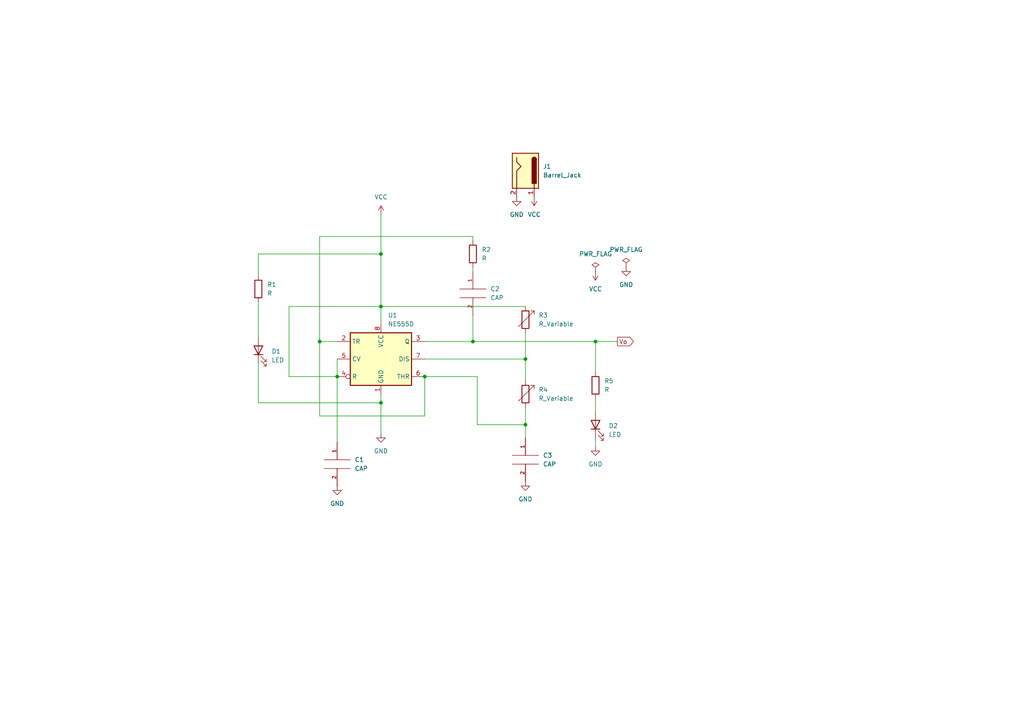
<source format=kicad_sch>
(kicad_sch (version 20211123) (generator eeschema)
  (paper "A4")
  (lib_symbols
    (symbol "Connector:Barrel_Jack" (pin_names (offset 1.016))
      (property "Reference" "J" (at 0 5.334 0))
      (property "Value" "Barrel_Jack" (at 0 -5.08 0))
      (symbol "Barrel_Jack_0_1"
        (rectangle (start -5.08 3.81) (end 5.08 -3.81) (stroke (width 0.254)) (fill (type background)))
        (arc (start -3.302 3.175) (mid -3.937 2.54) (end -3.302 1.905) (stroke (width 0.254)))
        (arc (start -3.302 3.175) (mid -3.937 2.54) (end -3.302 1.905) (stroke (width 0.254)) (fill (type outline)))
        (polyline (pts (xy 5.08 2.54) (xy 3.81 2.54)) (stroke (width 0.254)))
        (polyline (pts (xy -3.81 -2.54) (xy -2.54 -2.54) (xy -1.27 -1.27) (xy 0 -2.54) (xy 2.54 -2.54) (xy 5.08 -2.54)) (stroke (width 0.254)))
        (rectangle (start 3.683 3.175) (end -3.302 1.905) (stroke (width 0.254)) (fill (type outline)))
      )
      (symbol "Barrel_Jack_1_1"
        (pin passive line (at 7.62 2.54 180) (length 2.54) (name "~") (number "1"))
        (pin passive line (at 7.62 -2.54 180) (length 2.54) (name "~") (number "2"))
      )
    )
    (symbol "Device:LED" (pin_numbers hide) (pin_names (offset 1.016) hide)
      (property "Reference" "D" (at 0 2.54 0))
      (property "Value" "LED" (at 0 -2.54 0))
      (symbol "LED_0_1"
        (polyline (pts (xy -1.27 -1.27) (xy -1.27 1.27)) (stroke (width 0.254)))
        (polyline (pts (xy -1.27 0) (xy 1.27 0)))
        (polyline (pts (xy 1.27 -1.27) (xy 1.27 1.27) (xy -1.27 0) (xy 1.27 -1.27)) (stroke (width 0.254)))
        (polyline (pts (xy -3.048 -0.762) (xy -4.572 -2.286) (xy -3.81 -2.286) (xy -4.572 -2.286) (xy -4.572 -1.524)))
        (polyline (pts (xy -1.778 -0.762) (xy -3.302 -2.286) (xy -2.54 -2.286) (xy -3.302 -2.286) (xy -3.302 -1.524)))
      )
      (symbol "LED_1_1"
        (pin passive line (at -3.81 0 0) (length 2.54) (name "K") (number "1"))
        (pin passive line (at 3.81 0 180) (length 2.54) (name "A") (number "2"))
      )
    )
    (symbol "Device:R" (pin_numbers hide) (pin_names (offset 0))
      (property "Reference" "R" (at 2.032 0 90))
      (property "Value" "R" (at 0 0 90))
      (symbol "R_0_1"
        (rectangle (start -1.016 -2.54) (end 1.016 2.54) (stroke (width 0.254)))
      )
      (symbol "R_1_1"
        (pin passive line (at 0 3.81 270) (length 1.27) (name "~") (number "1"))
        (pin passive line (at 0 -3.81 90) (length 1.27) (name "~") (number "2"))
      )
    )
    (symbol "Device:R_Variable" (pin_numbers hide) (pin_names (offset 0))
      (property "Reference" "R" (at 2.54 -2.54 90))
      (property "Value" "R_Variable" (at -2.54 -1.27 90))
      (symbol "R_Variable_0_1"
        (rectangle (start -1.016 -2.54) (end 1.016 2.54) (stroke (width 0.254)))
        (polyline (pts (xy 2.54 1.524) (xy 2.54 2.54) (xy 1.524 2.54) (xy 2.54 2.54) (xy -2.032 -2.032)))
      )
      (symbol "R_Variable_1_1"
        (pin passive line (at 0 3.81 270) (length 1.27) (name "~") (number "1"))
        (pin passive line (at 0 -3.81 90) (length 1.27) (name "~") (number "2"))
      )
    )
    (symbol "Timer:NE555D"
      (property "Reference" "U" (at -10.16 8.89 0))
      (property "Value" "NE555D" (at 2.54 8.89 0))
      (symbol "NE555D_0_0"
        (pin power_in line (at 0 -10.16 90) (length 2.54) (name "GND") (number "1"))
        (pin power_in line (at 0 10.16 270) (length 2.54) (name "VCC") (number "8"))
      )
      (symbol "NE555D_0_1"
        (rectangle (start -8.89 -7.62) (end 8.89 7.62) (stroke (width 0.254)) (fill (type background)))
        (rectangle (start -8.89 -7.62) (end 8.89 7.62) (stroke (width 0.254)) (fill (type background)))
      )
      (symbol "NE555D_1_1"
        (pin input line (at -12.7 5.08 0) (length 3.81) (name "TR") (number "2"))
        (pin output line (at 12.7 5.08 180) (length 3.81) (name "Q") (number "3"))
        (pin input inverted (at -12.7 -5.08 0) (length 3.81) (name "R") (number "4"))
        (pin input line (at -12.7 0 0) (length 3.81) (name "CV") (number "5"))
        (pin input line (at 12.7 -5.08 180) (length 3.81) (name "THR") (number "6"))
        (pin input line (at 12.7 0 180) (length 3.81) (name "DIS") (number "7"))
      )
    )
    (symbol "power:GND" (power) (pin_names (offset 0))
      (property "Value" "GND" (at 0 -3.81 0))
      (symbol "GND_0_1"
        (polyline (pts (xy 0 0) (xy 0 -1.27) (xy 1.27 -1.27) (xy 0 -2.54) (xy -1.27 -1.27) (xy 0 -1.27)))
      )
      (symbol "GND_1_1"
        (pin power_in line (at 0 0 270) (length 0) hide (name "GND") (number "1"))
      )
    )
    (symbol "power:PWR_FLAG" (power) (pin_numbers hide) (pin_names (offset 0) hide)
      (property "Value" "PWR_FLAG" (at 0 3.81 0))
      (symbol "PWR_FLAG_0_0"
        (pin power_out line (at 0 0 90) (length 0) (name "pwr") (number "1"))
      )
      (symbol "PWR_FLAG_0_1"
        (polyline (pts (xy 0 0) (xy 0 1.27) (xy -1.016 1.905) (xy 0 2.54) (xy 1.016 1.905) (xy 0 1.27)))
      )
    )
    (symbol "power:VCC" (power) (pin_names (offset 0))
      (property "Value" "VCC" (at 0 3.81 0))
      (symbol "VCC_0_1"
        (polyline (pts (xy -0.762 1.27) (xy 0 2.54)))
        (polyline (pts (xy 0 0) (xy 0 2.54)))
        (polyline (pts (xy 0 2.54) (xy 0.762 1.27)))
      )
      (symbol "VCC_1_1"
        (pin power_in line (at 0 0 90) (length 0) hide (name "VCC") (number "1"))
      )
    )
    (symbol "pspice:CAP" (pin_names (offset 0.254))
      (property "Reference" "C" (at 2.54 3.81 90))
      (property "Value" "CAP" (at 2.54 -3.81 90))
      (symbol "CAP_0_1"
        (polyline (pts (xy -3.81 -1.27) (xy 3.81 -1.27)))
        (polyline (pts (xy -3.81 1.27) (xy 3.81 1.27)))
      )
      (symbol "CAP_1_1"
        (pin passive line (at 0 6.35 270) (length 5.08) (name "~") (number "1"))
        (pin passive line (at 0 -6.35 90) (length 5.08) (name "~") (number "2"))
      )
    )
  )
  (junction (at 97.79 109.22))
  (junction (at 123.19 109.22))
  (junction (at 152.4 104.14))
  (junction (at 137.16 99.06))
  (junction (at 110.49 73.66))
  (junction (at 172.72 99.06))
  (junction (at 152.4 123.19))
  (junction (at 110.49 88.9))
  (junction (at 92.71 99.06))
  (junction (at 110.49 116.84))
  (wire (pts (xy 172.72 115.57) (xy 172.72 119.38)))
  (wire (pts (xy 123.19 120.65) (xy 92.71 120.65)))
  (wire (pts (xy 138.43 123.19) (xy 152.4 123.19)))
  (wire (pts (xy 123.19 109.22) (xy 138.43 109.22)))
  (wire (pts (xy 137.16 99.06) (xy 172.72 99.06)))
  (wire (pts (xy 110.49 73.66) (xy 110.49 88.9)))
  (wire (pts (xy 97.79 109.22) (xy 83.82 109.22)))
  (wire (pts (xy 137.16 91.44) (xy 137.16 99.06)))
  (wire (pts (xy 110.49 88.9) (xy 152.4 88.9)))
  (wire (pts (xy 172.72 99.06) (xy 179.07 99.06)))
  (wire (pts (xy 110.49 88.9) (xy 110.49 93.98)))
  (wire (pts (xy 110.49 116.84) (xy 74.93 116.84)))
  (wire (pts (xy 83.82 88.9) (xy 110.49 88.9)))
  (wire (pts (xy 152.4 96.52) (xy 152.4 104.14)))
  (wire (pts (xy 123.19 109.22) (xy 123.19 120.65)))
  (wire (pts (xy 110.49 114.3) (xy 110.49 116.84)))
  (wire (pts (xy 138.43 109.22) (xy 138.43 123.19)))
  (wire (pts (xy 92.71 99.06) (xy 97.79 99.06)))
  (wire (pts (xy 152.4 123.19) (xy 152.4 127)))
  (wire (pts (xy 137.16 68.58) (xy 137.16 69.85)))
  (wire (pts (xy 92.71 68.58) (xy 92.71 99.06)))
  (wire (pts (xy 110.49 116.84) (xy 110.49 125.73)))
  (wire (pts (xy 152.4 104.14) (xy 152.4 110.49)))
  (wire (pts (xy 74.93 73.66) (xy 74.93 80.01)))
  (wire (pts (xy 123.19 99.06) (xy 137.16 99.06)))
  (wire (pts (xy 92.71 99.06) (xy 92.71 120.65)))
  (wire (pts (xy 123.19 104.14) (xy 152.4 104.14)))
  (wire (pts (xy 172.72 99.06) (xy 172.72 107.95)))
  (wire (pts (xy 92.71 68.58) (xy 137.16 68.58)))
  (wire (pts (xy 152.4 123.19) (xy 152.4 118.11)))
  (wire (pts (xy 97.79 109.22) (xy 97.79 128.27)))
  (wire (pts (xy 137.16 77.47) (xy 137.16 78.74)))
  (wire (pts (xy 74.93 116.84) (xy 74.93 105.41)))
  (wire (pts (xy 97.79 104.14) (xy 97.79 109.22)))
  (wire (pts (xy 83.82 109.22) (xy 83.82 88.9)))
  (wire (pts (xy 110.49 62.23) (xy 110.49 73.66)))
  (wire (pts (xy 172.72 127) (xy 172.72 129.54)))
  (wire (pts (xy 74.93 87.63) (xy 74.93 97.79)))
  (wire (pts (xy 110.49 73.66) (xy 74.93 73.66)))
  (global_label "Vo" (shape output) (at 179.07 99.06 0) (property "Intersheet References" "${INTERSHEET_REFS}" (effects hide)))
  (symbol (lib_id "power:PWR_FLAG") (at 181.61 77.47 0) (unit 1)
    (property "Reference" "#FLG02" (effects hide))
    (property "Value" "PWR_FLAG" (at 181.61 72.39 0))
  )
  (symbol (lib_id "Device:LED") (at 172.72 123.19 90) (unit 1)
    (property "Reference" "D2" (at 176.53 123.5074 90) (effects (justify right)))
    (property "Value" "LED" (at 176.53 126.0474 90) (effects (justify right)))
    (property "Footprint" "LED_THT:LED_D1.8mm_W3.3mm_H2.4mm" (effects hide))
  )
  (symbol (lib_id "Device:R") (at 74.93 83.82 0) (unit 1)
    (property "Reference" "R1" (at 77.47 82.5499 0) (effects (justify left)))
    (property "Value" "R" (at 77.47 85.0899 0) (effects (justify left)))
    (property "Footprint" "Resistor_THT:R_Axial_DIN0207_L6.3mm_D2.5mm_P7.62mm_Horizontal" (effects hide))
  )
  (symbol (lib_id "power:VCC") (at 172.72 78.74 180) (unit 1)
    (property "Reference" "#PWR07" (effects hide))
    (property "Value" "VCC" (at 172.72 83.82 0))
  )
  (symbol (lib_id "Device:R") (at 137.16 73.66 0) (unit 1)
    (property "Reference" "R2" (at 139.7 72.3899 0) (effects (justify left)))
    (property "Value" "R" (at 139.7 74.9299 0) (effects (justify left)))
    (property "Footprint" "Resistor_THT:R_Axial_DIN0207_L6.3mm_D2.5mm_P7.62mm_Horizontal" (effects hide))
  )
  (symbol (lib_id "pspice:CAP") (at 137.16 85.09 0) (unit 1)
    (property "Reference" "C2" (at 142.24 83.8199 0) (effects (justify left)))
    (property "Value" "CAP" (at 142.24 86.3599 0) (effects (justify left)))
    (property "Footprint" "Capacitor_THT:C_Disc_D3.8mm_W2.6mm_P2.50mm" (effects hide))
  )
  (symbol (lib_id "power:GND") (at 172.72 129.54 0) (unit 1)
    (property "Reference" "#PWR08" (effects hide))
    (property "Value" "GND" (at 172.72 134.62 0))
  )
  (symbol (lib_id "Device:R_Variable") (at 152.4 114.3 0) (unit 1)
    (property "Reference" "R4" (at 156.21 113.0299 0) (effects (justify left)))
    (property "Value" "R_Variable" (at 156.21 115.5699 0) (effects (justify left)))
    (property "Footprint" "Potentiometer_THT:Potentiometer_Omeg_PC16BU_Vertical" (effects hide))
  )
  (symbol (lib_id "power:VCC") (at 154.94 57.15 180) (unit 1)
    (property "Reference" "#PWR06" (effects hide))
    (property "Value" "VCC" (at 154.94 62.23 0))
  )
  (symbol (lib_id "Timer:NE555D") (at 110.49 104.14 0) (unit 1)
    (property "Reference" "U1" (at 112.5094 91.44 0) (effects (justify left)))
    (property "Value" "NE555D" (at 112.5094 93.98 0) (effects (justify left)))
    (property "Footprint" "Package_SO:SOIC-8_3.9x4.9mm_P1.27mm" (effects hide))
    (property "Datasheet" "http://www.ti.com/lit/ds/symlink/ne555.pdf" (effects hide))
  )
  (symbol (lib_id "power:VCC") (at 110.49 62.23 0) (unit 1)
    (property "Reference" "#PWR02" (effects hide))
    (property "Value" "VCC" (at 110.49 57.15 0))
  )
  (symbol (lib_id "power:GND") (at 181.61 77.47 0) (unit 1)
    (property "Reference" "#PWR09" (effects hide))
    (property "Value" "GND" (at 181.61 82.55 0))
  )
  (symbol (lib_id "power:GND") (at 97.79 140.97 0) (unit 1)
    (property "Reference" "#PWR01" (effects hide))
    (property "Value" "GND" (at 97.79 146.05 0))
  )
  (symbol (lib_id "Device:R_Variable") (at 152.4 92.71 0) (unit 1)
    (property "Reference" "R3" (at 156.21 91.4399 0) (effects (justify left)))
    (property "Value" "R_Variable" (at 156.21 93.9799 0) (effects (justify left)))
    (property "Footprint" "Potentiometer_THT:Potentiometer_Omeg_PC16BU_Vertical" (effects hide))
  )
  (symbol (lib_id "power:PWR_FLAG") (at 172.72 78.74 0) (unit 1)
    (property "Reference" "#FLG01" (effects hide))
    (property "Value" "PWR_FLAG" (at 172.72 73.66 0))
  )
  (symbol (lib_id "pspice:CAP") (at 97.79 134.62 0) (unit 1)
    (property "Reference" "C1" (at 102.87 133.3499 0) (effects (justify left)))
    (property "Value" "CAP" (at 102.87 135.8899 0) (effects (justify left)))
    (property "Footprint" "Capacitor_THT:C_Disc_D3.8mm_W2.6mm_P2.50mm" (effects hide))
  )
  (symbol (lib_id "Connector:Barrel_Jack") (at 152.4 49.53 270) (unit 1)
    (property "Reference" "J1" (at 157.48 48.2599 90) (effects (justify left)))
    (property "Value" "Barrel_Jack" (at 157.48 50.7999 90) (effects (justify left)))
    (property "Footprint" "Connector_BarrelJack:BarrelJack_Horizontal" (effects hide))
  )
  (symbol (lib_id "power:GND") (at 149.86 57.15 0) (unit 1)
    (property "Reference" "#PWR04" (effects hide))
    (property "Value" "GND" (at 149.86 62.23 0))
  )
  (symbol (lib_id "pspice:CAP") (at 152.4 133.35 0) (unit 1)
    (property "Reference" "C3" (at 157.48 132.0799 0) (effects (justify left)))
    (property "Value" "CAP" (at 157.48 134.6199 0) (effects (justify left)))
    (property "Footprint" "Capacitor_THT:C_Disc_D3.8mm_W2.6mm_P2.50mm" (effects hide))
  )
  (symbol (lib_id "power:GND") (at 110.49 125.73 0) (unit 1)
    (property "Reference" "#PWR03" (effects hide))
    (property "Value" "GND" (at 110.49 130.81 0))
  )
  (symbol (lib_id "Device:LED") (at 74.93 101.6 90) (unit 1)
    (property "Reference" "D1" (at 78.74 101.9174 90) (effects (justify right)))
    (property "Value" "LED" (at 78.74 104.4574 90) (effects (justify right)))
    (property "Footprint" "LED_THT:LED_D1.8mm_W3.3mm_H2.4mm" (effects hide))
  )
  (symbol (lib_id "power:GND") (at 152.4 139.7 0) (unit 1)
    (property "Reference" "#PWR05" (effects hide))
    (property "Value" "GND" (at 152.4 144.78 0))
  )
  (symbol (lib_id "Device:R") (at 172.72 111.76 0) (unit 1)
    (property "Reference" "R5" (at 175.26 110.4899 0) (effects (justify left)))
    (property "Value" "R" (at 175.26 113.0299 0) (effects (justify left)))
    (property "Footprint" "Resistor_THT:R_Axial_DIN0207_L6.3mm_D2.5mm_P7.62mm_Horizontal" (effects hide))
  )
)
</source>
